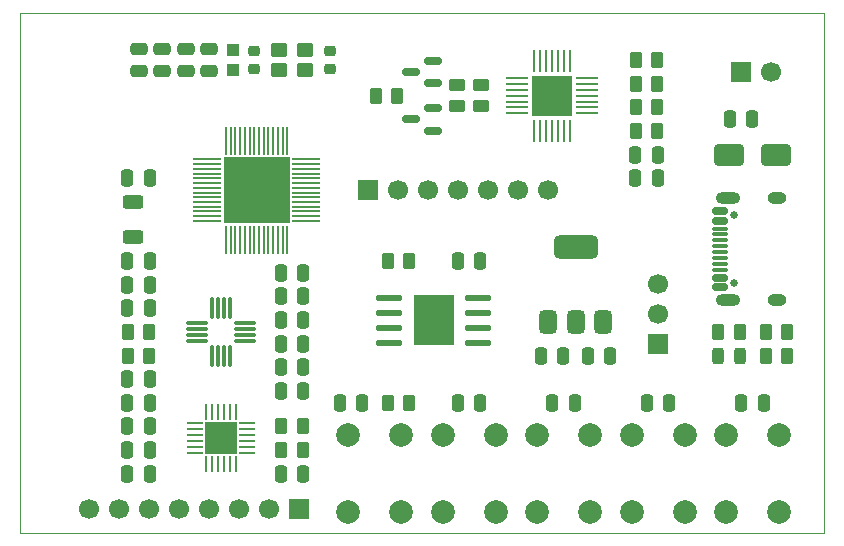
<source format=gts>
%TF.GenerationSoftware,KiCad,Pcbnew,9.0.1*%
%TF.CreationDate,2025-07-09T23:19:27+08:00*%
%TF.ProjectId,IMU,494d552e-6b69-4636-9164-5f7063625858,rev?*%
%TF.SameCoordinates,Original*%
%TF.FileFunction,Soldermask,Top*%
%TF.FilePolarity,Negative*%
%FSLAX45Y45*%
G04 Gerber Fmt 4.5, Leading zero omitted, Abs format (unit mm)*
G04 Created by KiCad (PCBNEW 9.0.1) date 2025-07-09 23:19:27*
%MOMM*%
%LPD*%
G01*
G04 APERTURE LIST*
G04 Aperture macros list*
%AMRoundRect*
0 Rectangle with rounded corners*
0 $1 Rounding radius*
0 $2 $3 $4 $5 $6 $7 $8 $9 X,Y pos of 4 corners*
0 Add a 4 corners polygon primitive as box body*
4,1,4,$2,$3,$4,$5,$6,$7,$8,$9,$2,$3,0*
0 Add four circle primitives for the rounded corners*
1,1,$1+$1,$2,$3*
1,1,$1+$1,$4,$5*
1,1,$1+$1,$6,$7*
1,1,$1+$1,$8,$9*
0 Add four rect primitives between the rounded corners*
20,1,$1+$1,$2,$3,$4,$5,0*
20,1,$1+$1,$4,$5,$6,$7,0*
20,1,$1+$1,$6,$7,$8,$9,0*
20,1,$1+$1,$8,$9,$2,$3,0*%
G04 Aperture macros list end*
%ADD10RoundRect,0.250000X0.250000X0.475000X-0.250000X0.475000X-0.250000X-0.475000X0.250000X-0.475000X0*%
%ADD11RoundRect,0.250000X0.475000X-0.250000X0.475000X0.250000X-0.475000X0.250000X-0.475000X-0.250000X0*%
%ADD12RoundRect,0.250000X-0.250000X-0.475000X0.250000X-0.475000X0.250000X0.475000X-0.250000X0.475000X0*%
%ADD13RoundRect,0.250000X0.450000X-0.262500X0.450000X0.262500X-0.450000X0.262500X-0.450000X-0.262500X0*%
%ADD14RoundRect,0.250000X-0.450000X0.262500X-0.450000X-0.262500X0.450000X-0.262500X0.450000X0.262500X0*%
%ADD15RoundRect,0.225000X0.250000X-0.225000X0.250000X0.225000X-0.250000X0.225000X-0.250000X-0.225000X0*%
%ADD16O,1.950000X0.300000*%
%ADD17O,0.300000X1.950000*%
%ADD18RoundRect,0.250000X-0.262500X-0.450000X0.262500X-0.450000X0.262500X0.450000X-0.262500X0.450000X0*%
%ADD19RoundRect,0.062500X0.062500X-0.837500X0.062500X0.837500X-0.062500X0.837500X-0.062500X-0.837500X0*%
%ADD20RoundRect,0.062500X0.837500X-0.062500X0.837500X0.062500X-0.837500X0.062500X-0.837500X-0.062500X0*%
%ADD21R,3.350000X3.350000*%
%ADD22RoundRect,0.250000X0.262500X0.450000X-0.262500X0.450000X-0.262500X-0.450000X0.262500X-0.450000X0*%
%ADD23RoundRect,0.250000X1.000000X0.650000X-1.000000X0.650000X-1.000000X-0.650000X1.000000X-0.650000X0*%
%ADD24C,2.000000*%
%ADD25R,1.700000X1.700000*%
%ADD26C,1.700000*%
%ADD27RoundRect,0.375000X0.375000X-0.625000X0.375000X0.625000X-0.375000X0.625000X-0.375000X-0.625000X0*%
%ADD28RoundRect,0.500000X1.400000X-0.500000X1.400000X0.500000X-1.400000X0.500000X-1.400000X-0.500000X0*%
%ADD29RoundRect,0.243750X-0.243750X-0.456250X0.243750X-0.456250X0.243750X0.456250X-0.243750X0.456250X0*%
%ADD30C,0.650000*%
%ADD31RoundRect,0.150000X0.500000X-0.150000X0.500000X0.150000X-0.500000X0.150000X-0.500000X-0.150000X0*%
%ADD32RoundRect,0.075000X0.575000X-0.075000X0.575000X0.075000X-0.575000X0.075000X-0.575000X-0.075000X0*%
%ADD33O,2.100000X1.000000*%
%ADD34O,1.600000X1.000000*%
%ADD35RoundRect,0.250000X0.625000X-0.312500X0.625000X0.312500X-0.625000X0.312500X-0.625000X-0.312500X0*%
%ADD36RoundRect,0.150000X0.587500X0.150000X-0.587500X0.150000X-0.587500X-0.150000X0.587500X-0.150000X0*%
%ADD37RoundRect,0.050000X-1.137500X-0.050000X1.137500X-0.050000X1.137500X0.050000X-1.137500X0.050000X0*%
%ADD38RoundRect,0.050000X-0.050000X-1.137500X0.050000X-1.137500X0.050000X1.137500X-0.050000X1.137500X0*%
%ADD39R,5.600000X5.600000*%
%ADD40R,1.000000X1.000000*%
%ADD41RoundRect,0.250000X-0.450000X-0.350000X0.450000X-0.350000X0.450000X0.350000X-0.450000X0.350000X0*%
%ADD42RoundRect,0.125000X-0.950000X-0.125000X0.950000X-0.125000X0.950000X0.125000X-0.950000X0.125000X0*%
%ADD43R,3.400000X4.300000*%
%ADD44RoundRect,0.062500X-0.062500X0.600000X-0.062500X-0.600000X0.062500X-0.600000X0.062500X0.600000X0*%
%ADD45RoundRect,0.062500X-0.600000X0.062500X-0.600000X-0.062500X0.600000X-0.062500X0.600000X0.062500X0*%
%ADD46R,2.700000X2.700000*%
%ADD47RoundRect,0.225000X-0.250000X0.225000X-0.250000X-0.225000X0.250000X-0.225000X0.250000X0.225000X0*%
%TA.AperFunction,Profile*%
%ADD48C,0.050000*%
%TD*%
G04 APERTURE END LIST*
D10*
%TO.C,C22*%
X16695000Y-14100000D03*
X16505000Y-14100000D03*
%TD*%
D11*
%TO.C,C28*%
X12700000Y-11695000D03*
X12700000Y-11505000D03*
%TD*%
D12*
%TO.C,C24*%
X13905000Y-13600000D03*
X14095000Y-13600000D03*
%TD*%
D13*
%TO.C,R8*%
X15400000Y-11991250D03*
X15400000Y-11808750D03*
%TD*%
D14*
%TO.C,R9*%
X15600000Y-11808750D03*
X15600000Y-11991250D03*
%TD*%
D15*
%TO.C,C10*%
X13675000Y-11677500D03*
X13675000Y-11522500D03*
%TD*%
D16*
%TO.C,U1*%
X13197500Y-13825000D03*
X13197500Y-13875000D03*
X13197500Y-13925000D03*
X13197500Y-13975000D03*
D17*
X13325000Y-14102500D03*
X13375000Y-14102500D03*
X13425000Y-14102500D03*
X13475000Y-14102500D03*
D16*
X13602500Y-13975000D03*
X13602500Y-13925000D03*
X13602500Y-13875000D03*
X13602500Y-13825000D03*
D17*
X13475000Y-13697500D03*
X13425000Y-13697500D03*
X13375000Y-13697500D03*
X13325000Y-13697500D03*
%TD*%
D10*
%TO.C,C23*%
X16295000Y-14100000D03*
X16105000Y-14100000D03*
%TD*%
D18*
%TO.C,R15*%
X14708750Y-11900000D03*
X14891250Y-11900000D03*
%TD*%
D19*
%TO.C,U5*%
X16050000Y-12195000D03*
X16100000Y-12195000D03*
X16150000Y-12195000D03*
X16200000Y-12195000D03*
X16250000Y-12195000D03*
X16300000Y-12195000D03*
X16350000Y-12195000D03*
D20*
X16495000Y-12050000D03*
X16495000Y-12000000D03*
X16495000Y-11950000D03*
X16495000Y-11900000D03*
X16495000Y-11850000D03*
X16495000Y-11800000D03*
X16495000Y-11750000D03*
D19*
X16350000Y-11605000D03*
X16300000Y-11605000D03*
X16250000Y-11605000D03*
X16200000Y-11605000D03*
X16150000Y-11605000D03*
X16100000Y-11605000D03*
X16050000Y-11605000D03*
D20*
X15905000Y-11750000D03*
X15905000Y-11800000D03*
X15905000Y-11850000D03*
X15905000Y-11900000D03*
X15905000Y-11950000D03*
X15905000Y-12000000D03*
X15905000Y-12050000D03*
D21*
X16200000Y-11900000D03*
%TD*%
D22*
%TO.C,R3*%
X14091250Y-14700000D03*
X13908750Y-14700000D03*
%TD*%
D10*
%TO.C,C20*%
X12795000Y-12600000D03*
X12605000Y-12600000D03*
%TD*%
D23*
%TO.C,D1*%
X18100000Y-12400000D03*
X17700000Y-12400000D03*
%TD*%
D10*
%TO.C,C6*%
X14095000Y-14200000D03*
X13905000Y-14200000D03*
%TD*%
D24*
%TO.C,SW3*%
X16875000Y-15425000D03*
X16875000Y-14775000D03*
X17325000Y-15425000D03*
X17325000Y-14775000D03*
%TD*%
D10*
%TO.C,C34*%
X14595000Y-14500000D03*
X14405000Y-14500000D03*
%TD*%
D25*
%TO.C,J3*%
X14640000Y-12697500D03*
D26*
X14894000Y-12697500D03*
X15148000Y-12697500D03*
X15402000Y-12697500D03*
X15656000Y-12697500D03*
X15910000Y-12697500D03*
X16164000Y-12697500D03*
%TD*%
D12*
%TO.C,C8*%
X12605000Y-14700000D03*
X12795000Y-14700000D03*
%TD*%
%TO.C,C3*%
X13905000Y-14000000D03*
X14095000Y-14000000D03*
%TD*%
D10*
%TO.C,C31*%
X17995000Y-14500000D03*
X17805000Y-14500000D03*
%TD*%
D12*
%TO.C,C32*%
X17705000Y-12100000D03*
X17895000Y-12100000D03*
%TD*%
D10*
%TO.C,C18*%
X12795000Y-13500000D03*
X12605000Y-13500000D03*
%TD*%
D11*
%TO.C,C21*%
X13300000Y-11695000D03*
X13300000Y-11505000D03*
%TD*%
D10*
%TO.C,C4*%
X12795000Y-14300000D03*
X12605000Y-14300000D03*
%TD*%
%TO.C,C17*%
X12795000Y-13700000D03*
X12605000Y-13700000D03*
%TD*%
D27*
%TO.C,U4*%
X16170000Y-13815000D03*
X16400000Y-13815000D03*
D28*
X16400000Y-13185000D03*
D27*
X16630000Y-13815000D03*
%TD*%
D18*
%TO.C,R1*%
X17608750Y-13900000D03*
X17791250Y-13900000D03*
%TD*%
D29*
%TO.C,LED1*%
X17606250Y-14100000D03*
X17793750Y-14100000D03*
%TD*%
D18*
%TO.C,R4*%
X12608750Y-13900000D03*
X12791250Y-13900000D03*
%TD*%
D10*
%TO.C,C35*%
X15595000Y-13300000D03*
X15405000Y-13300000D03*
%TD*%
D22*
%TO.C,R14*%
X17091250Y-11600000D03*
X16908750Y-11600000D03*
%TD*%
D30*
%TO.C,J1*%
X17739500Y-13489000D03*
X17739500Y-12911000D03*
D31*
X17625500Y-13520000D03*
X17625500Y-13440000D03*
D32*
X17625500Y-13325000D03*
X17625500Y-13225000D03*
X17625500Y-13175000D03*
X17625500Y-13075000D03*
D31*
X17625500Y-12960000D03*
X17625500Y-12880000D03*
X17625500Y-12880000D03*
X17625500Y-12960000D03*
D32*
X17625500Y-13025000D03*
X17625500Y-13125000D03*
X17625500Y-13275000D03*
X17625500Y-13375000D03*
D31*
X17625500Y-13440000D03*
X17625500Y-13520000D03*
D33*
X17689500Y-13632000D03*
D34*
X18107500Y-13632000D03*
D33*
X17689500Y-12768000D03*
D34*
X18107500Y-12768000D03*
%TD*%
D11*
%TO.C,C26*%
X12900000Y-11695000D03*
X12900000Y-11505000D03*
%TD*%
D35*
%TO.C,L3*%
X12650000Y-13096250D03*
X12650000Y-12803750D03*
%TD*%
D18*
%TO.C,R6*%
X18008750Y-13900000D03*
X18191250Y-13900000D03*
%TD*%
D24*
%TO.C,SW4*%
X17675000Y-15425000D03*
X17675000Y-14775000D03*
X18125000Y-15425000D03*
X18125000Y-14775000D03*
%TD*%
D12*
%TO.C,C25*%
X13905000Y-13400000D03*
X14095000Y-13400000D03*
%TD*%
D36*
%TO.C,Q2*%
X15193750Y-12195000D03*
X15193750Y-12005000D03*
X15006250Y-12100000D03*
%TD*%
D18*
%TO.C,R7*%
X18008750Y-14100000D03*
X18191250Y-14100000D03*
%TD*%
D25*
%TO.C,SW1*%
X17100000Y-14000000D03*
D26*
X17100000Y-13746000D03*
X17100000Y-13492000D03*
%TD*%
D37*
%TO.C,U6*%
X13281250Y-12440000D03*
X13281250Y-12480000D03*
X13281250Y-12520000D03*
X13281250Y-12560000D03*
X13281250Y-12600000D03*
X13281250Y-12640000D03*
X13281250Y-12680000D03*
X13281250Y-12720000D03*
X13281250Y-12760000D03*
X13281250Y-12800000D03*
X13281250Y-12840000D03*
X13281250Y-12880000D03*
X13281250Y-12920000D03*
X13281250Y-12960000D03*
D38*
X13440000Y-13118750D03*
X13480000Y-13118750D03*
X13520000Y-13118750D03*
X13560000Y-13118750D03*
X13600000Y-13118750D03*
X13640000Y-13118750D03*
X13680000Y-13118750D03*
X13720000Y-13118750D03*
X13760000Y-13118750D03*
X13800000Y-13118750D03*
X13840000Y-13118750D03*
X13880000Y-13118750D03*
X13920000Y-13118750D03*
X13960000Y-13118750D03*
D37*
X14118750Y-12960000D03*
X14118750Y-12920000D03*
X14118750Y-12880000D03*
X14118750Y-12840000D03*
X14118750Y-12800000D03*
X14118750Y-12760000D03*
X14118750Y-12720000D03*
X14118750Y-12680000D03*
X14118750Y-12640000D03*
X14118750Y-12600000D03*
X14118750Y-12560000D03*
X14118750Y-12520000D03*
X14118750Y-12480000D03*
X14118750Y-12440000D03*
D38*
X13960000Y-12281250D03*
X13920000Y-12281250D03*
X13880000Y-12281250D03*
X13840000Y-12281250D03*
X13800000Y-12281250D03*
X13760000Y-12281250D03*
X13720000Y-12281250D03*
X13680000Y-12281250D03*
X13640000Y-12281250D03*
X13600000Y-12281250D03*
X13560000Y-12281250D03*
X13520000Y-12281250D03*
X13480000Y-12281250D03*
X13440000Y-12281250D03*
D39*
X13700000Y-12700000D03*
%TD*%
D18*
%TO.C,R10*%
X14808750Y-13300000D03*
X14991250Y-13300000D03*
%TD*%
D10*
%TO.C,C1*%
X12795000Y-14500000D03*
X12605000Y-14500000D03*
%TD*%
D40*
%TO.C,L1*%
X13500000Y-11685000D03*
X13500000Y-11515000D03*
%TD*%
D41*
%TO.C,X1*%
X13890000Y-11685000D03*
X14110000Y-11685000D03*
X14110000Y-11515000D03*
X13890000Y-11515000D03*
%TD*%
D12*
%TO.C,C16*%
X13905000Y-13800000D03*
X14095000Y-13800000D03*
%TD*%
D42*
%TO.C,U3*%
X14825000Y-13609500D03*
X14825000Y-13736500D03*
X14825000Y-13863500D03*
X14825000Y-13990500D03*
X15575000Y-13990500D03*
X15575000Y-13863500D03*
X15575000Y-13736500D03*
X15575000Y-13609500D03*
D43*
X15200000Y-13800000D03*
%TD*%
D10*
%TO.C,C2*%
X12795000Y-14900000D03*
X12605000Y-14900000D03*
%TD*%
D44*
%TO.C,U2*%
X13525000Y-14578750D03*
X13475000Y-14578750D03*
X13425000Y-14578750D03*
X13375000Y-14578750D03*
X13325000Y-14578750D03*
X13275000Y-14578750D03*
D45*
X13178750Y-14675000D03*
X13178750Y-14725000D03*
X13178750Y-14775000D03*
X13178750Y-14825000D03*
X13178750Y-14875000D03*
X13178750Y-14925000D03*
D44*
X13275000Y-15021250D03*
X13325000Y-15021250D03*
X13375000Y-15021250D03*
X13425000Y-15021250D03*
X13475000Y-15021250D03*
X13525000Y-15021250D03*
D45*
X13621250Y-14925000D03*
X13621250Y-14875000D03*
X13621250Y-14825000D03*
X13621250Y-14775000D03*
X13621250Y-14725000D03*
X13621250Y-14675000D03*
D46*
X13400000Y-14800000D03*
%TD*%
D22*
%TO.C,R2*%
X14091250Y-14900000D03*
X13908750Y-14900000D03*
%TD*%
D18*
%TO.C,R12*%
X16908750Y-12200000D03*
X17091250Y-12200000D03*
%TD*%
D12*
%TO.C,C15*%
X16905000Y-12400000D03*
X17095000Y-12400000D03*
%TD*%
D10*
%TO.C,C19*%
X12795000Y-13300000D03*
X12605000Y-13300000D03*
%TD*%
%TO.C,C5*%
X12795000Y-15100000D03*
X12605000Y-15100000D03*
%TD*%
%TO.C,C29*%
X16395000Y-14500000D03*
X16205000Y-14500000D03*
%TD*%
D12*
%TO.C,C14*%
X16905000Y-12600000D03*
X17095000Y-12600000D03*
%TD*%
%TO.C,C7*%
X13905000Y-14400000D03*
X14095000Y-14400000D03*
%TD*%
D18*
%TO.C,R11*%
X16908750Y-11800000D03*
X17091250Y-11800000D03*
%TD*%
D24*
%TO.C,SW6*%
X14475000Y-15425000D03*
X14475000Y-14775000D03*
X14925000Y-15425000D03*
X14925000Y-14775000D03*
%TD*%
D47*
%TO.C,C11*%
X14325000Y-11522500D03*
X14325000Y-11677500D03*
%TD*%
D10*
%TO.C,C30*%
X17195000Y-14500000D03*
X17005000Y-14500000D03*
%TD*%
D25*
%TO.C,J2*%
X14062000Y-15400000D03*
D26*
X13808000Y-15400000D03*
X13554000Y-15400000D03*
X13300000Y-15400000D03*
X13046000Y-15400000D03*
X12792000Y-15400000D03*
X12538000Y-15400000D03*
X12284000Y-15400000D03*
%TD*%
D36*
%TO.C,Q1*%
X15193750Y-11795000D03*
X15193750Y-11605000D03*
X15006250Y-11700000D03*
%TD*%
D22*
%TO.C,R13*%
X17091250Y-12000000D03*
X16908750Y-12000000D03*
%TD*%
D24*
%TO.C,SW2*%
X16075000Y-15425000D03*
X16075000Y-14775000D03*
X16525000Y-15425000D03*
X16525000Y-14775000D03*
%TD*%
%TO.C,SW5*%
X15275000Y-15425000D03*
X15275000Y-14775000D03*
X15725000Y-15425000D03*
X15725000Y-14775000D03*
%TD*%
D22*
%TO.C,R16*%
X14991250Y-14500000D03*
X14808750Y-14500000D03*
%TD*%
D25*
%TO.C,J4*%
X17800000Y-11700000D03*
D26*
X18054000Y-11700000D03*
%TD*%
D10*
%TO.C,C33*%
X15595000Y-14500000D03*
X15405000Y-14500000D03*
%TD*%
D11*
%TO.C,C27*%
X13100000Y-11695000D03*
X13100000Y-11505000D03*
%TD*%
D12*
%TO.C,C9*%
X13905000Y-15100000D03*
X14095000Y-15100000D03*
%TD*%
D18*
%TO.C,R5*%
X12608750Y-14100000D03*
X12791250Y-14100000D03*
%TD*%
D48*
X11700000Y-11200000D02*
X18500000Y-11200000D01*
X18500000Y-15600000D01*
X11700000Y-15600000D01*
X11700000Y-11200000D01*
M02*

</source>
